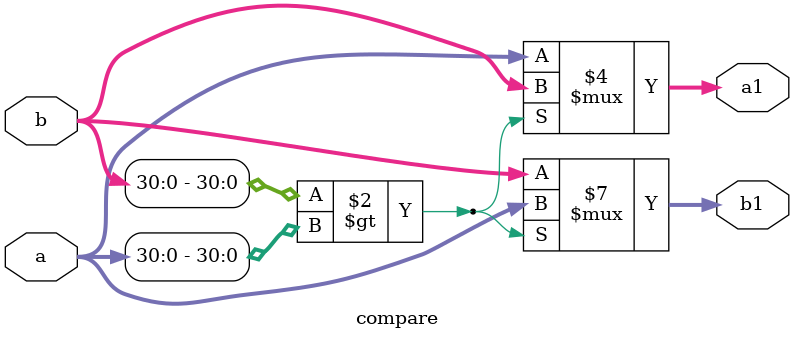
<source format=v>
/*
    A module to compare the modulus of two numbers (a and b) represented in IEEE 754 format
    and stores the larger number in a1 and the other in b1
*/
module compare(input [31:0] a, input [31:0] b, output reg [31:0] a1, output reg [31:0] b1);

    always @(a, b) begin
        /*
            If |b| > |a|
            Swap the numbers and assign to a1, b1
        */
        if(b[30:0] > a[30:0]) begin
            b1 = a;
            a1 = b;
        end
        /*
            Else
            Assign the numbers to a1, b1
        */
        else begin
            a1 = a;
            b1 = b;
        end
    end

endmodule

</source>
